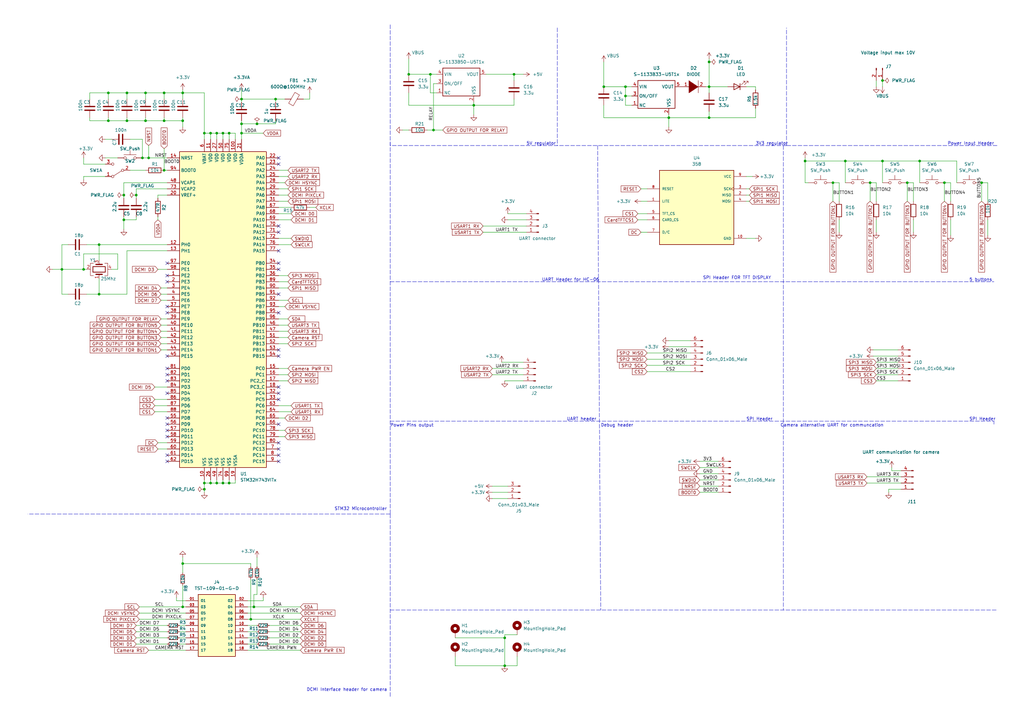
<source format=kicad_sch>
(kicad_sch (version 20211123) (generator eeschema)
  (paper "A3")
  (junction (at 113.03 40.64))
  (junction (at 83.82 200.66))
  (junction (at 167.64 30.48))
  (junction (at 40.64 120.65))
  (junction (at 74.93 49.53))
  (junction (at 194.31 43.18))
  (junction (at 387.35 74.93))
  (junction (at 60.96 64.77))
  (junction (at 99.06 54.61))
  (junction (at 83.82 198.12))
  (junction (at 74.93 38.1))
  (junction (at 256.54 39.37))
  (junction (at 88.9 54.61))
  (junction (at 177.8 53.34))
  (junction (at 341.63 74.93))
  (junction (at 377.19 66.04))
  (junction (at 402.59 74.93))
  (junction (at 105.41 50.8))
  (junction (at 176.53 30.48))
  (junction (at 207.01 273.05))
  (junction (at 86.36 198.12))
  (junction (at 67.31 49.53))
  (junction (at 44.45 38.1))
  (junction (at 86.36 54.61))
  (junction (at 361.95 66.04))
  (junction (at 99.06 40.64))
  (junction (at 356.87 74.93))
  (junction (at 104.14 248.92))
  (junction (at 91.44 198.12))
  (junction (at 346.71 66.04))
  (junction (at 58.42 64.77))
  (junction (at 25.4 110.49))
  (junction (at 67.31 38.1))
  (junction (at 330.2 66.04))
  (junction (at 74.93 231.14))
  (junction (at 44.45 49.53))
  (junction (at 74.93 248.92))
  (junction (at 50.8 80.01))
  (junction (at 34.29 110.49))
  (junction (at 256.54 35.56))
  (junction (at 52.07 38.1))
  (junction (at 93.98 54.61))
  (junction (at 93.98 198.12))
  (junction (at 50.8 90.17))
  (junction (at 207.01 261.62))
  (junction (at 59.69 49.53))
  (junction (at 91.44 54.61))
  (junction (at 88.9 198.12))
  (junction (at 290.83 48.26))
  (junction (at 52.07 49.53))
  (junction (at 102.87 254))
  (junction (at 55.88 80.01))
  (junction (at 361.95 33.02))
  (junction (at 290.83 35.56))
  (junction (at 274.32 48.26))
  (junction (at 59.69 38.1))
  (junction (at 99.06 50.8))
  (junction (at 83.82 54.61))
  (junction (at 40.64 100.33))
  (junction (at 210.82 30.48))
  (junction (at 372.11 74.93))
  (junction (at 247.65 35.56))
  (junction (at 67.31 69.85))
  (junction (at 290.83 25.4))
  (no_connect (at 68.58 186.69))
  (no_connect (at 68.58 146.05))
  (no_connect (at 114.3 95.25))
  (no_connect (at 114.3 161.29))
  (no_connect (at 114.3 184.15))
  (no_connect (at 114.3 173.99))
  (no_connect (at 114.3 128.27))
  (no_connect (at 114.3 110.49))
  (no_connect (at 114.3 146.05))
  (no_connect (at 114.3 189.23))
  (no_connect (at 68.58 171.45))
  (no_connect (at 114.3 181.61))
  (no_connect (at 114.3 92.71))
  (no_connect (at 68.58 153.67))
  (no_connect (at 114.3 186.69))
  (no_connect (at 114.3 143.51))
  (no_connect (at 68.58 115.57))
  (no_connect (at 68.58 189.23))
  (no_connect (at 68.58 125.73))
  (no_connect (at 68.58 128.27))
  (no_connect (at 68.58 161.29))
  (no_connect (at 114.3 163.83))
  (no_connect (at 68.58 107.95))
  (no_connect (at 68.58 113.03))
  (no_connect (at 114.3 64.77))
  (no_connect (at 68.58 173.99))
  (no_connect (at 68.58 151.13))
  (no_connect (at 114.3 102.87))
  (no_connect (at 68.58 176.53))
  (no_connect (at 114.3 107.95))
  (no_connect (at 68.58 156.21))
  (no_connect (at 114.3 120.65))
  (no_connect (at 114.3 67.31))
  (no_connect (at 68.58 179.07))
  (no_connect (at 114.3 158.75))
  (wire (pts (xy 114.3 156.21) (xy 118.11 156.21)))
  (wire (pts (xy 55.88 77.47) (xy 68.58 77.47)))
  (wire (pts (xy 114.3 77.47) (xy 118.11 77.47)))
  (wire (pts (xy 59.69 38.1) (xy 59.69 40.64)))
  (wire (pts (xy 93.98 196.85) (xy 93.98 198.12)))
  (wire (pts (xy 361.95 66.04) (xy 361.95 74.93)))
  (wire (pts (xy 66.04 143.51) (xy 68.58 143.51)))
  (wire (pts (xy 330.2 66.04) (xy 330.2 64.77)))
  (wire (pts (xy 74.93 248.92) (xy 76.2 248.92)))
  (wire (pts (xy 265.43 147.32) (xy 283.21 147.32)))
  (wire (pts (xy 74.93 49.53) (xy 74.93 52.07)))
  (wire (pts (xy 102.87 254) (xy 123.19 254)))
  (wire (pts (xy 105.41 50.8) (xy 113.03 50.8)))
  (wire (pts (xy 66.04 138.43) (xy 68.58 138.43)))
  (wire (pts (xy 201.93 199.39) (xy 208.28 199.39)))
  (polyline (pts (xy 160.02 210.82) (xy 11.43 210.82)))
  (wire (pts (xy 114.3 166.37) (xy 119.38 166.37)))
  (wire (pts (xy 309.88 36.83) (xy 309.88 35.56)))
  (wire (pts (xy 99.06 50.8) (xy 105.41 50.8)))
  (wire (pts (xy 67.31 38.1) (xy 59.69 38.1)))
  (wire (pts (xy 83.82 200.66) (xy 83.82 201.93)))
  (wire (pts (xy 45.72 110.49) (xy 48.26 110.49)))
  (wire (pts (xy 262.89 77.47) (xy 265.43 77.47)))
  (wire (pts (xy 59.69 48.26) (xy 59.69 49.53)))
  (wire (pts (xy 116.84 125.73) (xy 114.3 125.73)))
  (wire (pts (xy 114.3 176.53) (xy 116.84 176.53)))
  (wire (pts (xy 205.74 148.59) (xy 214.63 148.59)))
  (wire (pts (xy 60.96 266.7) (xy 76.2 266.7)))
  (polyline (pts (xy 322.58 59.69) (xy 322.58 11.43)))
  (wire (pts (xy 287.02 199.39) (xy 294.64 199.39)))
  (wire (pts (xy 110.49 261.62) (xy 123.19 261.62)))
  (wire (pts (xy 290.83 38.1) (xy 290.83 35.56)))
  (wire (pts (xy 207.01 261.62) (xy 207.01 273.05)))
  (wire (pts (xy 306.07 72.39) (xy 308.61 72.39)))
  (polyline (pts (xy 160.02 172.72) (xy 407.67 172.72)))
  (wire (pts (xy 114.3 133.35) (xy 118.11 133.35)))
  (polyline (pts (xy 408.94 59.69) (xy 322.58 59.69)))
  (wire (pts (xy 114.3 113.03) (xy 118.11 113.03)))
  (wire (pts (xy 67.31 48.26) (xy 67.31 49.53)))
  (wire (pts (xy 52.07 102.87) (xy 52.07 120.65)))
  (wire (pts (xy 44.45 48.26) (xy 44.45 49.53)))
  (wire (pts (xy 194.31 41.91) (xy 194.31 43.18)))
  (wire (pts (xy 344.17 74.93) (xy 341.63 74.93)))
  (wire (pts (xy 50.8 80.01) (xy 50.8 81.28)))
  (wire (pts (xy 127 40.64) (xy 124.46 40.64)))
  (wire (pts (xy 74.93 48.26) (xy 74.93 49.53)))
  (wire (pts (xy 389.89 82.55) (xy 389.89 74.93)))
  (wire (pts (xy 102.87 237.49) (xy 102.87 254)))
  (wire (pts (xy 52.07 38.1) (xy 52.07 40.64)))
  (wire (pts (xy 50.8 90.17) (xy 50.8 93.98)))
  (wire (pts (xy 265.43 152.4) (xy 283.21 152.4)))
  (wire (pts (xy 113.03 40.64) (xy 113.03 41.91)))
  (wire (pts (xy 60.96 64.77) (xy 68.58 64.77)))
  (wire (pts (xy 198.12 95.25) (xy 215.9 95.25)))
  (wire (pts (xy 86.36 54.61) (xy 88.9 54.61)))
  (wire (pts (xy 358.14 146.05) (xy 368.3 146.05)))
  (wire (pts (xy 105.41 228.6) (xy 105.41 232.41)))
  (wire (pts (xy 355.6 198.12) (xy 369.57 198.12)))
  (wire (pts (xy 96.52 57.15) (xy 96.52 54.61)))
  (wire (pts (xy 287.02 189.23) (xy 294.64 189.23)))
  (wire (pts (xy 35.56 120.65) (xy 40.64 120.65)))
  (wire (pts (xy 36.83 38.1) (xy 36.83 40.64)))
  (wire (pts (xy 88.9 54.61) (xy 88.9 57.15)))
  (wire (pts (xy 114.3 90.17) (xy 119.38 90.17)))
  (wire (pts (xy 256.54 39.37) (xy 256.54 35.56)))
  (wire (pts (xy 52.07 49.53) (xy 59.69 49.53)))
  (wire (pts (xy 58.42 64.77) (xy 60.96 64.77)))
  (wire (pts (xy 93.98 54.61) (xy 91.44 54.61)))
  (wire (pts (xy 306.07 97.79) (xy 309.88 97.79)))
  (wire (pts (xy 177.8 34.29) (xy 177.8 53.34)))
  (wire (pts (xy 34.29 73.66) (xy 34.29 72.39)))
  (wire (pts (xy 261.62 87.63) (xy 265.43 87.63)))
  (wire (pts (xy 114.3 130.81) (xy 118.11 130.81)))
  (wire (pts (xy 359.41 151.13) (xy 368.3 151.13)))
  (wire (pts (xy 114.3 72.39) (xy 118.11 72.39)))
  (wire (pts (xy 405.13 82.55) (xy 405.13 74.93)))
  (wire (pts (xy 43.18 64.77) (xy 48.26 64.77)))
  (wire (pts (xy 389.89 74.93) (xy 387.35 74.93)))
  (wire (pts (xy 114.3 69.85) (xy 118.11 69.85)))
  (wire (pts (xy 290.83 25.4) (xy 290.83 35.56)))
  (wire (pts (xy 290.83 45.72) (xy 290.83 48.26)))
  (wire (pts (xy 73.66 264.16) (xy 76.2 264.16)))
  (polyline (pts (xy 245.11 59.69) (xy 246.38 250.19)))
  (wire (pts (xy 201.93 153.67) (xy 214.63 153.67)))
  (wire (pts (xy 365.76 193.04) (xy 365.76 191.77)))
  (wire (pts (xy 64.77 110.49) (xy 68.58 110.49)))
  (wire (pts (xy 179.07 34.29) (xy 177.8 34.29)))
  (wire (pts (xy 104.14 243.84) (xy 104.14 248.92)))
  (wire (pts (xy 212.09 269.24) (xy 212.09 273.05)))
  (wire (pts (xy 48.26 104.14) (xy 34.29 104.14)))
  (wire (pts (xy 66.04 133.35) (xy 68.58 133.35)))
  (wire (pts (xy 34.29 64.77) (xy 34.29 67.31)))
  (wire (pts (xy 102.87 232.41) (xy 102.87 231.14)))
  (wire (pts (xy 57.15 251.46) (xy 76.2 251.46)))
  (wire (pts (xy 306.07 77.47) (xy 307.34 77.47)))
  (wire (pts (xy 287.02 201.93) (xy 294.64 201.93)))
  (wire (pts (xy 256.54 35.56) (xy 259.08 35.56)))
  (wire (pts (xy 52.07 48.26) (xy 52.07 49.53)))
  (wire (pts (xy 113.03 49.53) (xy 113.03 50.8)))
  (wire (pts (xy 107.95 246.38) (xy 101.6 246.38)))
  (wire (pts (xy 114.3 97.79) (xy 119.38 97.79)))
  (wire (pts (xy 114.3 118.11) (xy 118.11 118.11)))
  (wire (pts (xy 199.39 30.48) (xy 210.82 30.48)))
  (wire (pts (xy 309.88 44.45) (xy 309.88 48.26)))
  (polyline (pts (xy 160.02 115.57) (xy 407.67 115.57)))
  (wire (pts (xy 93.98 198.12) (xy 91.44 198.12)))
  (wire (pts (xy 176.53 30.48) (xy 179.07 30.48)))
  (wire (pts (xy 64.77 181.61) (xy 68.58 181.61)))
  (wire (pts (xy 361.95 33.02) (xy 361.95 35.56)))
  (polyline (pts (xy 160.02 210.82) (xy 160.02 285.75)))
  (wire (pts (xy 101.6 248.92) (xy 104.14 248.92)))
  (wire (pts (xy 212.09 273.05) (xy 207.01 273.05)))
  (wire (pts (xy 247.65 43.18) (xy 247.65 48.26)))
  (wire (pts (xy 44.45 38.1) (xy 44.45 40.64)))
  (wire (pts (xy 25.4 120.65) (xy 25.4 110.49)))
  (wire (pts (xy 50.8 74.93) (xy 68.58 74.93)))
  (wire (pts (xy 194.31 43.18) (xy 194.31 46.99)))
  (wire (pts (xy 101.6 259.08) (xy 105.41 259.08)))
  (wire (pts (xy 369.57 193.04) (xy 365.76 193.04)))
  (wire (pts (xy 262.89 95.25) (xy 265.43 95.25)))
  (wire (pts (xy 287.02 194.31) (xy 294.64 194.31)))
  (wire (pts (xy 27.94 120.65) (xy 25.4 120.65)))
  (wire (pts (xy 91.44 54.61) (xy 91.44 57.15)))
  (wire (pts (xy 259.08 39.37) (xy 256.54 39.37)))
  (wire (pts (xy 99.06 50.8) (xy 99.06 54.61)))
  (wire (pts (xy 64.77 88.9) (xy 64.77 90.17)))
  (wire (pts (xy 377.19 66.04) (xy 361.95 66.04)))
  (wire (pts (xy 361.95 66.04) (xy 346.71 66.04)))
  (wire (pts (xy 306.07 80.01) (xy 307.34 80.01)))
  (wire (pts (xy 96.52 196.85) (xy 96.52 198.12)))
  (wire (pts (xy 346.71 66.04) (xy 330.2 66.04)))
  (wire (pts (xy 358.14 143.51) (xy 368.3 143.51)))
  (wire (pts (xy 114.3 140.97) (xy 118.11 140.97)))
  (wire (pts (xy 207.01 260.35) (xy 207.01 261.62)))
  (wire (pts (xy 247.65 25.4) (xy 247.65 35.56)))
  (wire (pts (xy 114.3 80.01) (xy 118.11 80.01)))
  (wire (pts (xy 43.18 57.15) (xy 45.72 57.15)))
  (wire (pts (xy 346.71 66.04) (xy 346.71 74.93)))
  (wire (pts (xy 186.69 273.05) (xy 207.01 273.05)))
  (wire (pts (xy 58.42 57.15) (xy 58.42 64.77)))
  (wire (pts (xy 210.82 43.18) (xy 194.31 43.18)))
  (wire (pts (xy 167.64 43.18) (xy 194.31 43.18)))
  (wire (pts (xy 392.43 74.93) (xy 392.43 66.04)))
  (wire (pts (xy 64.77 80.01) (xy 64.77 81.28)))
  (wire (pts (xy 176.53 30.48) (xy 176.53 38.1)))
  (polyline (pts (xy 160.02 59.69) (xy 160.02 58.42)))
  (wire (pts (xy 73.66 261.62) (xy 76.2 261.62)))
  (wire (pts (xy 341.63 74.93) (xy 341.63 82.55)))
  (wire (pts (xy 40.64 120.65) (xy 52.07 120.65)))
  (wire (pts (xy 91.44 198.12) (xy 88.9 198.12)))
  (wire (pts (xy 83.82 38.1) (xy 83.82 54.61)))
  (wire (pts (xy 50.8 90.17) (xy 55.88 90.17)))
  (wire (pts (xy 40.64 106.68) (xy 40.64 100.33)))
  (wire (pts (xy 55.88 256.54) (xy 68.58 256.54)))
  (wire (pts (xy 330.2 74.93) (xy 330.2 66.04)))
  (wire (pts (xy 25.4 110.49) (xy 21.59 110.49)))
  (wire (pts (xy 99.06 36.83) (xy 99.06 40.64)))
  (wire (pts (xy 55.88 80.01) (xy 55.88 77.47)))
  (wire (pts (xy 48.26 110.49) (xy 48.26 104.14)))
  (wire (pts (xy 101.6 266.7) (xy 123.19 266.7)))
  (wire (pts (xy 66.04 130.81) (xy 68.58 130.81)))
  (wire (pts (xy 167.64 30.48) (xy 176.53 30.48)))
  (wire (pts (xy 259.08 43.18) (xy 256.54 43.18)))
  (wire (pts (xy 88.9 196.85) (xy 88.9 198.12)))
  (wire (pts (xy 40.64 114.3) (xy 40.64 120.65)))
  (wire (pts (xy 261.62 90.17) (xy 265.43 90.17)))
  (wire (pts (xy 127 38.1) (xy 127 40.64)))
  (wire (pts (xy 175.26 53.34) (xy 177.8 53.34)))
  (wire (pts (xy 114.3 171.45) (xy 116.84 171.45)))
  (wire (pts (xy 99.06 49.53) (xy 99.06 50.8)))
  (wire (pts (xy 44.45 49.53) (xy 52.07 49.53)))
  (wire (pts (xy 74.93 240.03) (xy 74.93 248.92)))
  (wire (pts (xy 44.45 38.1) (xy 36.83 38.1)))
  (wire (pts (xy 402.59 74.93) (xy 402.59 82.55)))
  (wire (pts (xy 374.65 82.55) (xy 374.65 74.93)))
  (wire (pts (xy 96.52 198.12) (xy 93.98 198.12)))
  (wire (pts (xy 167.64 24.13) (xy 167.64 30.48)))
  (wire (pts (xy 53.34 57.15) (xy 58.42 57.15)))
  (wire (pts (xy 67.31 49.53) (xy 74.93 49.53)))
  (wire (pts (xy 63.5 166.37) (xy 68.58 166.37)))
  (wire (pts (xy 66.04 120.65) (xy 68.58 120.65)))
  (wire (pts (xy 57.15 254) (xy 76.2 254)))
  (wire (pts (xy 74.93 231.14) (xy 74.93 234.95)))
  (wire (pts (xy 114.3 100.33) (xy 119.38 100.33)))
  (wire (pts (xy 76.2 246.38) (xy 72.39 246.38)))
  (polyline (pts (xy 321.31 59.69) (xy 321.31 250.19)))
  (wire (pts (xy 25.4 100.33) (xy 25.4 110.49)))
  (wire (pts (xy 274.32 46.99) (xy 274.32 48.26)))
  (wire (pts (xy 34.29 67.31) (xy 43.18 67.31)))
  (wire (pts (xy 93.98 54.61) (xy 93.98 57.15)))
  (wire (pts (xy 274.32 139.7) (xy 283.21 139.7)))
  (wire (pts (xy 207.01 156.21) (xy 214.63 156.21)))
  (wire (pts (xy 344.17 90.17) (xy 344.17 95.25)))
  (wire (pts (xy 72.39 246.38) (xy 72.39 245.11)))
  (wire (pts (xy 114.3 115.57) (xy 118.11 115.57)))
  (wire (pts (xy 369.57 200.66) (xy 364.49 200.66)))
  (wire (pts (xy 364.49 200.66) (xy 364.49 201.93)))
  (wire (pts (xy 247.65 48.26) (xy 274.32 48.26)))
  (wire (pts (xy 50.8 74.93) (xy 50.8 80.01)))
  (wire (pts (xy 101.6 261.62) (xy 105.41 261.62)))
  (wire (pts (xy 201.93 201.93) (xy 208.28 201.93)))
  (wire (pts (xy 359.41 156.21) (xy 368.3 156.21)))
  (wire (pts (xy 73.66 259.08) (xy 76.2 259.08)))
  (wire (pts (xy 86.36 198.12) (xy 83.82 198.12)))
  (wire (pts (xy 110.49 264.16) (xy 123.19 264.16)))
  (wire (pts (xy 35.56 110.49) (xy 34.29 110.49)))
  (wire (pts (xy 114.3 135.89) (xy 118.11 135.89)))
  (wire (pts (xy 68.58 102.87) (xy 52.07 102.87)))
  (wire (pts (xy 212.09 260.35) (xy 207.01 260.35)))
  (polyline (pts (xy 322.58 59.69) (xy 160.02 59.69)))
  (wire (pts (xy 83.82 54.61) (xy 86.36 54.61)))
  (wire (pts (xy 359.41 74.93) (xy 356.87 74.93)))
  (wire (pts (xy 177.8 53.34) (xy 181.61 53.34)))
  (wire (pts (xy 104.14 248.92) (xy 123.19 248.92)))
  (wire (pts (xy 66.04 140.97) (xy 68.58 140.97)))
  (wire (pts (xy 73.66 256.54) (xy 76.2 256.54)))
  (wire (pts (xy 55.88 264.16) (xy 68.58 264.16)))
  (wire (pts (xy 274.32 48.26) (xy 274.32 52.07)))
  (wire (pts (xy 114.3 74.93) (xy 116.84 74.93)))
  (wire (pts (xy 210.82 40.64) (xy 210.82 43.18)))
  (wire (pts (xy 116.84 40.64) (xy 113.03 40.64)))
  (wire (pts (xy 165.1 53.34) (xy 167.64 53.34)))
  (wire (pts (xy 114.3 151.13) (xy 118.11 151.13)))
  (wire (pts (xy 289.56 35.56) (xy 290.83 35.56)))
  (wire (pts (xy 210.82 33.02) (xy 210.82 30.48)))
  (wire (pts (xy 114.3 179.07) (xy 116.84 179.07)))
  (wire (pts (xy 355.6 195.58) (xy 369.57 195.58)))
  (wire (pts (xy 67.31 38.1) (xy 67.31 40.64)))
  (wire (pts (xy 99.06 40.64) (xy 99.06 41.91)))
  (wire (pts (xy 359.41 148.59) (xy 368.3 148.59)))
  (wire (pts (xy 101.6 256.54) (xy 105.41 256.54)))
  (wire (pts (xy 114.3 138.43) (xy 118.11 138.43)))
  (wire (pts (xy 359.41 82.55) (xy 359.41 74.93)))
  (wire (pts (xy 392.43 66.04) (xy 377.19 66.04)))
  (wire (pts (xy 55.88 261.62) (xy 68.58 261.62)))
  (polyline (pts (xy 160.02 250.19) (xy 408.94 250.19)))
  (wire (pts (xy 27.94 100.33) (xy 25.4 100.33)))
  (polyline (pts (xy 228.6 11.43) (xy 228.6 59.69)))
  (wire (pts (xy 55.88 90.17) (xy 55.88 88.9)))
  (wire (pts (xy 247.65 35.56) (xy 256.54 35.56)))
  (wire (pts (xy 201.93 151.13) (xy 214.63 151.13)))
  (wire (pts (xy 34.29 72.39) (xy 43.18 72.39)))
  (wire (pts (xy 290.83 24.13) (xy 290.83 25.4)))
  (wire (pts (xy 309.88 35.56) (xy 306.07 35.56)))
  (wire (pts (xy 377.19 66.04) (xy 377.19 74.93)))
  (wire (pts (xy 99.06 54.61) (xy 99.06 57.15)))
  (wire (pts (xy 265.43 149.86) (xy 283.21 149.86)))
  (wire (pts (xy 107.95 245.11) (xy 107.95 246.38)))
  (wire (pts (xy 67.31 69.85) (xy 68.58 69.85)))
  (wire (pts (xy 186.69 261.62) (xy 207.01 261.62)))
  (wire (pts (xy 101.6 264.16) (xy 105.41 264.16)))
  (wire (pts (xy 127 85.09) (xy 129.54 85.09)))
  (wire (pts (xy 88.9 198.12) (xy 86.36 198.12)))
  (wire (pts (xy 101.6 251.46) (xy 123.19 251.46)))
  (wire (pts (xy 290.83 48.26) (xy 274.32 48.26)))
  (wire (pts (xy 40.64 100.33) (xy 35.56 100.33)))
  (wire (pts (xy 83.82 198.12) (xy 83.82 200.66)))
  (wire (pts (xy 265.43 144.78) (xy 283.21 144.78)))
  (wire (pts (xy 344.17 82.55) (xy 344.17 74.93)))
  (polyline (pts (xy 160.02 10.16) (xy 160.02 210.82)))
  (wire (pts (xy 179.07 38.1) (xy 176.53 38.1)))
  (wire (pts (xy 372.11 74.93) (xy 372.11 82.55)))
  (wire (pts (xy 59.69 49.53) (xy 67.31 49.53)))
  (wire (pts (xy 91.44 196.85) (xy 91.44 198.12)))
  (wire (pts (xy 262.89 82.55) (xy 265.43 82.55)))
  (wire (pts (xy 83.82 54.61) (xy 83.82 57.15)))
  (wire (pts (xy 64.77 184.15) (xy 68.58 184.15)))
  (wire (pts (xy 114.3 82.55) (xy 118.11 82.55)))
  (wire (pts (xy 34.29 104.14) (xy 34.29 110.49)))
  (wire (pts (xy 96.52 54.61) (xy 93.98 54.61)))
  (wire (pts (xy 331.47 74.93) (xy 330.2 74.93)))
  (wire (pts (xy 53.34 69.85) (xy 59.69 69.85)))
  (wire (pts (xy 114.3 87.63) (xy 119.38 87.63)))
  (wire (pts (xy 114.3 123.19) (xy 118.11 123.19)))
  (wire (pts (xy 74.93 38.1) (xy 74.93 40.64)))
  (wire (pts (xy 256.54 43.18) (xy 256.54 39.37)))
  (wire (pts (xy 356.87 74.93) (xy 356.87 82.55)))
  (wire (pts (xy 60.96 59.69) (xy 60.96 64.77)))
  (wire (pts (xy 74.93 38.1) (xy 83.82 38.1)))
  (wire (pts (xy 86.36 54.61) (xy 86.36 57.15)))
  (wire (pts (xy 105.41 243.84) (xy 104.14 243.84)))
  (wire (pts (xy 208.28 90.17) (xy 215.9 90.17)))
  (wire (pts (xy 50.8 90.17) (xy 50.8 88.9)))
  (wire (pts (xy 208.28 87.63) (xy 215.9 87.63)))
  (wire (pts (xy 91.44 54.61) (xy 88.9 54.61)))
  (wire (pts (xy 67.31 60.96) (xy 67.31 69.85)))
  (wire (pts (xy 86.36 196.85) (xy 86.36 198.12)))
  (wire (pts (xy 309.88 48.26) (xy 290.83 48.26)))
  (wire (pts (xy 287.02 191.77) (xy 294.64 191.77)))
  (wire (pts (xy 287.02 196.85) (xy 294.64 196.85)))
  (wire (pts (xy 306.07 82.55) (xy 307.34 82.55)))
  (wire (pts (xy 186.69 269.24) (xy 186.69 273.05)))
  (wire (pts (xy 105.41 237.49) (xy 105.41 243.84)))
  (wire (pts (xy 57.15 248.92) (xy 74.93 248.92)))
  (wire (pts (xy 198.12 92.71) (xy 215.9 92.71)))
  (wire (pts (xy 55.88 81.28) (xy 55.88 80.01)))
  (wire (pts (xy 52.07 38.1) (xy 44.45 38.1)))
  (wire (pts (xy 290.83 35.56) (xy 298.45 35.56)))
  (wire (pts (xy 59.69 38.1) (xy 52.07 38.1)))
  (wire (pts (xy 389.89 90.17) (xy 389.89 96.52)))
  (wire (pts (xy 210.82 30.48) (xy 214.63 30.48)))
  (wire (pts (xy 66.04 135.89) (xy 68.58 135.89)))
  (wire (pts (xy 63.5 168.91) (xy 68.58 168.91)))
  (wire (pts (xy 114.3 153.67) (xy 118.11 153.67)))
  (wire (pts (xy 374.65 74.93) (xy 372.11 74.93)))
  (wire (pts (xy 359.41 33.02) (xy 359.41 35.56)))
  (wire (pts (xy 405.13 90.17) (xy 405.13 96.52)))
  (wire (pts (xy 55.88 259.08) (xy 68.58 259.08)))
  (wire (pts (xy 114.3 85.09) (xy 119.38 85.09)))
  (wire (pts (xy 66.04 123.19) (xy 68.58 123.19)))
  (wire (pts (xy 63.5 158.75) (xy 68.58 158.75)))
  (wire (pts (xy 36.83 49.53) (xy 44.45 49.53)))
  (wire (pts (xy 387.35 74.93) (xy 387.35 82.55)))
  (wire (pts (xy 64.77 80.01) (xy 68.58 80.01)))
  (wire (pts (xy 201.93 204.47) (xy 208.28 204.47)))
  (polyline (pts (xy 407.67 172.72) (xy 407.67 173.99)))
  (wire (pts (xy 102.87 231.14) (xy 74.93 231.14)))
  (wire (pts (xy 34.29 110.49) (xy 25.4 110.49)))
  (wire (pts (xy 359.41 153.67) (xy 368.3 153.67)))
  (wire (pts (xy 83.82 196.85) (xy 83.82 198.12)))
  (wire (pts (xy 405.13 74.93) (xy 402.59 74.93)))
  (wire (pts (xy 99.06 40.64) (xy 113.03 40.64)))
  (wire (pts (xy 74.93 36.83) (xy 74.93 38.1)))
  (wire (pts (xy 36.83 48.26) (xy 36.83 49.53)))
  (wire (pts (xy 374.65 90.17) (xy 374.65 95.25)))
  (wire (pts (xy 74.93 38.1) (xy 67.31 38.1)))
  (wire (pts (xy 101.6 254) (xy 102.87 254)))
  (wire (pts (xy 114.3 168.91) (xy 119.38 168.91)))
  (wire (pts (xy 359.41 90.17) (xy 359.41 95.25)))
  (wire (pts (xy 110.49 259.08) (xy 123.19 259.08)))
  (wire (pts (xy 63.5 163.83) (xy 68.58 163.83)))
  (wire (pts (xy 110.49 256.54) (xy 123.19 256.54)))
  (wire (pts (xy 274.32 142.24) (xy 283.21 142.24)))
  (wire (pts (xy 66.04 118.11) (xy 68.58 118.11)))
  (wire (pts (xy 74.93 228.6) (xy 74.93 231.14)))
  (wire (pts (xy 167.64 38.1) (xy 167.64 43.18)))
  (wire (pts (xy 99.06 54.61) (xy 107.95 54.61)))
  (wire (pts (xy 40.64 100.33) (xy 68.58 100.33)))
  (text "Debug header\n" (at 246.38 175.26 0) (effects (font (size 1.27 1.27)) (justify left bottom)))
  (text "Power Pins output" (at 160.02 175.26 0) (effects (font (size 1.27 1.27)) (justify left bottom)))
  (text "UART header\n" (at 232.41 172.72 0) (effects (font (size 1.27 1.27)) (justify left bottom)))
  (text "5V regulator \n" (at 215.9 59.69 0) (effects (font (size 1.27 1.27)) (justify left bottom)))
  (text "3V3 regulator\n" (at 309.88 59.69 0) (effects (font (size 1.27 1.27)) (justify left bottom)))
  (text "UART Header for HC-06\n" (at 222.25 115.57 0) (effects (font (size 1.27 1.27)) (justify left bottom)))
  (text "Camera alternative UART for communcation\n" (at 320.04 175.26 0) (effects (font (size 1.27 1.27)) (justify left bottom)))
  (text "5 buttons\n" (at 397.51 115.57 0) (effects (font (size 1.27 1.27)) (justify left bottom)))
  (text "STM32 Microcontroller\n" (at 137.16 209.55 0) (effects (font (size 1.27 1.27)) (justify left bottom)))
  (text "SPI Header\n" (at 306.07 172.72 0) (effects (font (size 1.27 1.27)) (justify left bottom)))
  (text "SPI Header FOR TFT DISPLAY\n\n" (at 288.29 116.84 0) (effects (font (size 1.27 1.27)) (justify left bottom)))
  (text "Power Input Header\n" (at 388.62 59.69 0) (effects (font (size 1.27 1.27)) (justify left bottom)))
  (text "SPI Header\n" (at 397.51 172.72 0) (effects (font (size 1.27 1.27)) (justify left bottom)))
  (text "DCMI Interface header for camera\n\n" (at 125.73 285.75 0) (effects (font (size 1.27 1.27)) (justify left bottom)))
  (label "CAMERA PWN" (at 109.22 266.7 0))
  (label "SDA" (at 111.76 248.92 0))
  (label "VDDA" (at 100.33 54.61 0))
  (label "BOOT0" (at 288.29 201.93 0))
  (label "SPI3 SCK" (at 359.41 153.67 0))
  (label "DCMI D7" (at 57.15 256.54 0))
  (label "DCMI D2" (at 114.3 261.62 0))
  (label "DCMI D0" (at 114.3 264.16 0))
  (label "UART1 TX" (at 203.2 95.25 0))
  (label "UART2 RX" (at 203.2 151.13 0))
  (label "BUTTON5" (at 402.59 81.28 90))
  (label "NRST" (at 63.5 64.77 0))
  (label "DCMI D4" (at 114.3 259.08 0))
  (label "DCMI D6" (at 114.3 256.54 0))
  (label "CAMERA RST" (at 63.5 266.7 0))
  (label "DCMI PIXCLK" (at 62.23 254 0))
  (label "SWDIO" (at 288.29 196.85 0))
  (label "BUTTON1" (at 341.63 80.01 0))
  (label "BUTTON2" (at 356.87 78.74 0))
  (label "NRST" (at 288.29 199.39 0))
  (label "DCMI VSYNC" (at 62.23 251.46 0))
  (label "SPI2 SCK" (at 271.78 149.86 0))
  (label "BOOT0" (at 67.31 67.31 0))
  (label "UART3 RX" (at 359.41 195.58 0))
  (label "SCL" (at 63.5 248.92 0))
  (label "SPI3 MISO" (at 359.41 148.59 0))
  (label "DCMI HSYNC" (at 110.49 251.46 0))
  (label "BUTTON3" (at 372.11 78.74 0))
  (label "UART2 TX" (at 203.2 153.67 0))
  (label "SPI2 MISO" (at 271.78 144.78 0))
  (label "DCMI D3" (at 57.15 261.62 0))
  (label "RELAY " (at 177.8 49.53 90))
  (label "XCLK" (at 111.76 254 0))
  (label "CS2" (at 273.05 152.4 0))
  (label "DCMI D5" (at 57.15 259.08 0))
  (label "DCMI D1" (at 57.15 264.16 0))
  (label "SPI2 MOSI" (at 271.78 147.32 0))
  (label "BUTTON4" (at 387.35 80.01 0))
  (label "SWCLK" (at 289.56 191.77 0))
  (label "GND" (at 288.29 194.31 0))
  (label "CS3" (at 359.41 156.21 0))
  (label "SPI3 MOSI" (at 359.41 151.13 0))
  (label "UART3 TX" (at 359.41 198.12 0))
  (label "3V3" (at 288.29 189.23 0))
  (global_label "DCMI D5" (shape input) (at 63.5 158.75 180) (property "Intersheet References" "${INTERSHEET_REFS}" (effects hide)))
  (global_label "USART2 RX" (shape input) (at 201.93 151.13 180) (property "Intersheet References" "${INTERSHEET_REFS}" (effects hide)))
  (global_label "DCMI D3" (shape input) (at 64.77 110.49 180) (property "Intersheet References" "${INTERSHEET_REFS}" (effects hide)))
  (global_label "XCLK" (shape input) (at 129.54 85.09 0) (property "Intersheet References" "${INTERSHEET_REFS}" (effects hide)))
  (global_label "Camera PWR EN" (shape input) (at 123.19 266.7 0) (property "Intersheet References" "${INTERSHEET_REFS}" (effects hide)))
  (global_label "SWDIO" (shape input) (at 119.38 97.79 0) (property "Intersheet References" "${INTERSHEET_REFS}" (effects hide)))
  (global_label "USART3 RX" (shape input) (at 118.11 135.89 0) (property "Intersheet References" "${INTERSHEET_REFS}" (effects hide)))
  (global_label "CS3" (shape input) (at 63.5 163.83 180) (property "Intersheet References" "${INTERSHEET_REFS}" (effects hide)))
  (global_label "DCMI D0" (shape input) (at 119.38 87.63 0) (property "Intersheet References" "${INTERSHEET_REFS}" (effects hide)))
  (global_label "BOOT0" (shape input) (at 287.02 201.93 180) (property "Intersheet References" "${INTERSHEET_REFS}" (effects hide)))
  (global_label "SDA " (shape input) (at 118.11 130.81 0) (property "Intersheet References" "${INTERSHEET_REFS}" (effects hide)))
  (global_label "SPI2 SCK" (shape input) (at 118.11 140.97 0) (property "Intersheet References" "${INTERSHEET_REFS}" (effects hide)))
  (global_label "SPI3 MOSI" (shape input) (at 118.11 113.03 0) (property "Intersheet References" "${INTERSHEET_REFS}" (effects hide)))
  (global_label "GPIO OUTPUT FOR BUTTON4" (shape input) (at 387.35 82.55 270) (property "Intersheet References" "${INTERSHEET_REFS}" (effects hide)))
  (global_label "Camera RST" (shape input) (at 60.96 266.7 180) (property "Intersheet References" "${INTERSHEET_REFS}" (effects hide)))
  (global_label "DCMI PIXCLK" (shape input) (at 118.11 80.01 0) (property "Intersheet References" "${INTERSHEET_REFS}" (effects hide)))
  (global_label "GPIO OUTPUT FOR BUTTON3" (shape input) (at 66.04 138.43 180) (property "Intersheet References" "${INTERSHEET_REFS}" (effects hide)))
  (global_label "GPIO OUTPUT FOR BUTTON1" (shape input) (at 66.04 143.51 180) (property "Intersheet References" "${INTERSHEET_REFS}" (effects hide)))
  (global_label "DCMI D1" (shape input) (at 119.38 90.17 0) (property "Intersheet References" "${INTERSHEET_REFS}" (effects hide)))
  (global_label "USART1 TX" (shape input) (at 198.12 95.25 180) (property "Intersheet References" "${INTERSHEET_REFS}" (effects hide)))
  (global_label "CardTFTCS1" (shape input) (at 261.62 90.17 180) (property "Intersheet References" "${INTERSHEET_REFS}" (effects hide)))
  (global_label "DCMI PIXCLK" (shape input) (at 57.15 254 180) (property "Intersheet References" "${INTERSHEET_REFS}" (effects hide)))
  (global_label "SWDIO" (shape input) (at 287.02 196.85 180) (property "Intersheet References" "${INTERSHEET_REFS}" (effects hide)))
  (global_label "SPI2 MOSI" (shape input) (at 265.43 147.32 180) (property "Intersheet References" "${INTERSHEET_REFS}" (effects hide)))
  (global_label "CS3" (shape input) (at 359.41 156.21 180) (property "Intersheet References" "${INTERSHEET_REFS}" (effects hide)))
  (global_label "DCMI VSYNC" (shape input) (at 116.84 125.73 0) (property "Intersheet References" "${INTERSHEET_REFS}" (effects hide)))
  (global_label "DCMI D1" (shape input) (at 55.88 264.16 180) (property "Intersheet References" "${INTERSHEET_REFS}" (effects hide)))
  (global_label "DCMI D7" (shape input) (at 66.04 123.19 180) (property "Intersheet References" "${INTERSHEET_REFS}" (effects hide)))
  (global_label "SWCLK" (shape input) (at 119.38 100.33 0) (property "Intersheet References" "${INTERSHEET_REFS}" (effects hide)))
  (global_label "SCL" (shape input) (at 118.11 123.19 0) (property "Intersheet References" "${INTERSHEET_REFS}" (effects hide)))
  (global_label "SPI1 MISO" (shape input) (at 118.11 118.11 0) (property "Intersheet References" "${INTERSHEET_REFS}" (effects hide)))
  (global_label "USART3 RX" (shape input) (at 355.6 195.58 180) (property "Intersheet References" "${INTERSHEET_REFS}" (effects hide)))
  (global_label "DCMI D4" (shape input) (at 66.04 118.11 180) (property "Intersheet References" "${INTERSHEET_REFS}" (effects hide)))
  (global_label "CS2" (shape input) (at 265.43 152.4 180) (property "Intersheet References" "${INTERSHEET_REFS}" (effects hide)))
  (global_label "GPIO OUTPUT FOR RELAY" (shape input) (at 66.04 130.81 180) (property "Intersheet References" "${INTERSHEET_REFS}" (effects hide)))
  (global_label "DC" (shape input) (at 262.89 95.25 180) (property "Intersheet References" "${INTERSHEET_REFS}" (effects hide)))
  (global_label "USART1 RX" (shape input) (at 119.38 168.91 0) (property "Intersheet References" "${INTERSHEET_REFS}" (effects hide)))
  (global_label "SPI2 MISO" (shape input) (at 265.43 144.78 180) (property "Intersheet References" "${INTERSHEET_REFS}" (effects hide)))
  (global_label "USART1 TX" (shape input) (at 119.38 166.37 0) (property "Intersheet References" "${INTERSHEET_REFS}" (effects hide)))
  (global_label "RESET" (shape input) (at 262.89 77.47 180) (property "Intersheet References" "${INTERSHEET_REFS}" (effects hide)))
  (global_label "GPIO OUTPUT FOR BUTTON2" (shape input) (at 356.87 82.55 270) (property "Intersheet References" "${INTERSHEET_REFS}" (effects hide)))
  (global_label "DCMI D6" (shape input) (at 123.19 256.54 0) (property "Intersheet References" "${INTERSHEET_REFS}" (effects hide)))
  (global_label "DCMI D0" (shape input) (at 123.19 264.16 0) (property "Intersheet References" "${INTERSHEET_REFS}" (effects hide)))
  (global_label "GPIO OUTPUT FOR BUTTON4" (shape input) (at 66.04 135.89 180) (property "Intersheet References" "${INTERSHEET_REFS}" (effects hide)))
  (global_label "SPI1 MOSI" (shape input) (at 307.34 82.55 0) (property "Intersheet References" "${INTERSHEET_REFS}" (effects hide)))
  (global_label "SPI3 SCK" (shape input) (at 116.84 176.53 0) (property "Intersheet References" "${INTERSHEET_REFS}" (effects hide)))
  (global_label "NRST" (shape input) (at 287.02 199.39 180) (property "Intersheet References" "${INTERSHEET_REFS}" (effects hide)))
  (global_label "VDDA" (shape input) (at 64.77 90.17 270) (property "Intersheet References" "${INTERSHEET_REFS}" (effects hide)))
  (global_label "VDDA" (shape input) (at 107.95 54.61 0) (property "Intersheet References" "${INTERSHEET_REFS}" (effects hide)))
  (global_label "SPI2 MISO" (shape input) (at 118.11 156.21 0) (property "Intersheet References" "${INTERSHEET_REFS}" (effects hide)))
  (global_label "SPI2 MOSI" (shape input) (at 118.11 153.67 0) (property "Intersheet References" "${INTERSHEET_REFS}" (effects hide)))
  (global_label "GPIO OUTPUT FOR BUTTON5" (shape input) (at 402.59 82.55 270) (property "Intersheet References" "${INTERSHEET_REFS}" (effects hide)))
  (global_label "RESET" (shape input) (at 64.77 184.15 180) (property "Intersheet References" "${INTERSHEET_REFS}" (effects hide)))
  (global_label "USART2 TX" (shape input) (at 118.11 69.85 0) (property "Intersheet References" "${INTERSHEET_REFS}" (effects hide)))
  (global_label "DCMI D6" (shape input) (at 66.04 120.65 180) (property "Intersheet References" "${INTERSHEET_REFS}" (effects hide)))
  (global_label "Camera RST" (shape input) (at 118.11 138.43 0) (property "Intersheet References" "${INTERSHEET_REFS}" (effects hide)))
  (global_label "USART3 TX" (shape input) (at 118.11 133.35 0) (property "Intersheet References" "${INTERSHEET_REFS}" (effects hide)))
  (global_label "GPIO OUTPUT FOR RELAY" (shape input) (at 181.61 53.34 0) (property "Intersheet References" "${INTERSHEET_REFS}" (effects hide)))
  (global_label "SCL" (shape input) (at 57.15 248.92 180) (property "Intersheet References" "${INTERSHEET_REFS}" (effects hide)))
  (global_label "SPI1 MOSI" (shape input) (at 118.11 82.55 0) (property "Intersheet References" "${INTERSHEET_REFS}" (effects hide)))
  (global_label "DCMI D2" (shape input) (at 116.84 171.45 0) (property "Intersheet References" "${INTERSHEET_REFS}" (effects hide)))
  (global_label "SPI3 MISO" (shape input) (at 116.84 179.07 0) (property "Intersheet References" "${INTERSHEET_REFS}" (effects hide)))
  (global_label "DCMI D4" (shape input) (at 123.19 259.08 0) (property "Intersheet References" "${INTERSHEET_REFS}" (effects hide)))
  (global_label "XCLK" (shape input) (at 123.19 254 0) (property "Intersheet References" "${INTERSHEET_REFS}" (effects hide)))
  (global_label "USART1 RX" (shape input) (at 198.12 92.71 180) (property "Intersheet References" "${INTERSHEET_REFS}" (effects hide)))
  (global_label "DC" (shape input) (at 64.77 181.61 180) (property "Intersheet References" "${INTERSHEET_REFS}" (effects hide)))
  (global_label "GPIO OUTPUT FOR BUTTON5" (shape input) (at 66.04 133.35 180) (property "Intersheet References" "${INTERSHEET_REFS}" (effects hide)))
  (global_label "SDA " (shape input) (at 123.19 248.92 0) (property "Intersheet References" "${INTERSHEET_REFS}" (effects hide)))
  (global_label "USART3 TX" (shape input) (at 355.6 198.12 180) (property "Intersheet References" "${INTERSHEET_REFS}" (effects hide)))
  (global_label "SPI2 SCK" (shape input) (at 265.43 149.86 180) (property "Intersheet References" "${INTERSHEET_REFS}" (effects hide)))
  (global_label "DCMI VSYNC" (shape input) (at 57.15 251.46 180) (property "Intersheet References" "${INTERSHEET_REFS}" (effects hide)))
  (global_label "CS1" (shape input) (at 261.62 87.63 180) (property "Intersheet References" "${INTERSHEET_REFS}" (effects hide)))
  (global_label "CS1" (shape input) (at 63.5 168.91 180) (property "Intersheet References" "${INTERSHEET_REFS}" (effects hide)))
  (global_label "CS2" (shape input) (at 63.5 166.37 180) (property "Intersheet References" "${INTERSHEET_REFS}" (effects hide)))
  (global_label "GPIO OUTPUT FOR BUTTON3" (shape input) (at 372.11 82.55 270) (property "Intersheet References" "${INTERSHEET_REFS}" (effects hide)))
  (global_label "GPIO OUTPUT FOR BUTTON2" (shape input) (at 66.04 140.97 180) (property "Intersheet References" "${INTERSHEET_REFS}" (effects hide)))
  (global_label "GPIO OUTPUT FOR BUTTON1" (shape input) (at 341.63 82.55 270) (property "Intersheet References" "${INTERSHEET_REFS}" (effects hide)))
  (global_label "SPI3 MOSI" (shape input) (at 359.41 151.13 180) (property "Intersheet References" "${INTERSHEET_REFS}" (effects hide)))
  (global_label "DCMI HSYNC" (shape input) (at 116.84 74.93 0) (property "Intersheet References" "${INTERSHEET_REFS}" (effects hide)))
  (global_label "USART2 TX" (shape input) (at 201.93 153.67 180) (property "Intersheet References" "${INTERSHEET_REFS}" (effects hide)))
  (global_label "SWCLK" (shape input) (at 287.02 191.77 180) (property "Intersheet References" "${INTERSHEET_REFS}" (effects hide)))
  (global_label "SPI3 MISO" (shape input) (at 359.41 148.59 180) (property "Intersheet References" "${INTERSHEET_REFS}" (effects hide)))
  (global_label "SPI3 SCK" (shape input) (at 359.41 153.67 180) (property "Intersheet References" "${INTERSHEET_REFS}" (effects hide)))
  (global_label "SPI1 MISO" (shape input) (at 307.34 80.01 0) (property "Intersheet References" "${INTERSHEET_REFS}" (effects hide)))
  (global_label "DCMI D7" (shape input) (at 55.88 256.54 180) (property "Intersheet References" "${INTERSHEET_REFS}" (effects hide)))
  (global_label "DCMI D5" (shape input) (at 55.88 259.08 180) (property "Intersheet References" "${INTERSHEET_REFS}" (effects hide)))
  (global_label "Camera PWR EN" (shape input) (at 118.11 151.13 0) (property "Intersheet References" "${INTERSHEET_REFS}" (effects hide)))
  (global_label "NRST" (shape input) (at 60.96 59.69 90) (property "Intersheet References" "${INTERSHEET_REFS}" (effects hide)))
  (global_label "CardTFTCS1" (shape input) (at 118.11 115.57 0) (property "Intersheet References" "${INTERSHEET_REFS}" (effects hide)))
  (global_label "DCMI D3" (shape input) (at 55.88 261.62 180) (property "Intersheet References" "${INTERSHEET_REFS}" (effects hide)))
  (global_label "DCMI D2" (shape input) (at 123.19 261.62 0) (property "Intersheet References" "${INTERSHEET_REFS}" (effects hide)))
  (global_label "DCMI HSYNC" (shape input) (at 123.19 251.46 0) (property "Intersheet References" "${INTERSHEET_REFS}" (effects hide)))
  (global_label "BOOT0" (shape input) (at 67.31 60.96 90) (property "Intersheet References" "${INTERSHEET_REFS}" (effects hide)))
  (global_label "USART2 RX" (shape input) (at 118.11 72.39 0) (property "Intersheet References" "${INTERSHEET_REFS}" (effects hide)))
  (global_label "SPI1 SCK" (shape input) (at 307.34 77.47 0) (property "Intersheet References" "${INTERSHEET_REFS}" (effects hide)))
  (global_label "SPI1 SCK" (shape input) (at 118.11 77.47 0) (property "Intersheet References" "${INTERSHEET_REFS}" (effects hide)))
  (symbol (lib_id "Device:C") (at 59.69 44.45 0) (unit 1)
    (property "Reference" "C9" (at 57.15 41.91 0) (effects (justify left)))
    (property "Value" "100n" (at 55.88 45.72 90) (effects (justify left)))
    (property "Footprint" "Capacitor_SMD:C_0402_1005Metric_Pad0.74x0.62mm_HandSolder" (effects hide))
  )
  (symbol (lib_id "power:GND") (at 208.28 90.17 270) (unit 1)
    (property "Reference" "#PWR0128" (effects hide))
    (property "Value" "GND" (effects hide))
  )
  (symbol (lib_id "Device:C") (at 167.64 34.29 180) (unit 1)
    (property "Reference" "C15" (at 171.45 33.0199 0) (effects (justify right)))
    (property "Value" "3.3u" (at 171.45 35.5599 0) (effects (justify right)))
    (property "Footprint" "Capacitor_SMD:C_0402_1005Metric_Pad0.74x0.62mm_HandSolder" (effects hide))
  )
  (symbol (lib_id "Device:R_Small") (at 71.12 261.62 90) (unit 1)
    (property "Reference" "R5" (at 74.93 260.35 90))
    (property "Value" "22R" (at 71.12 261.62 90))
    (property "Footprint" "Resistor_SMD:R_0402_1005Metric_Pad0.72x0.64mm_HandSolder" (effects hide))
  )
  (symbol (lib_id "Mechanical:MountingHole_Pad") (at 212.09 257.81 0) (unit 1)
    (property "Reference" "H3" (at 214.63 255.2699 0) (effects (justify left)))
    (property "Value" "MountingHole_Pad" (at 214.63 257.8099 0) (effects (justify left)))
    (property "Footprint" "MountingHole:MountingHole_2.7mm_M2.5_ISO14580_Pad" (effects hide))
  )
  (symbol (lib_id "pspice:DIODE") (at 284.48 35.56 0) (unit 1)
    (property "Reference" "D2" (at 284.48 27.94 0))
    (property "Value" "DIODE" (at 284.48 30.48 0))
    (property "Footprint" "Diode_SMD:D_SOD-123F" (effects hide))
  )
  (symbol (lib_id "Device:C") (at 44.45 44.45 0) (unit 1)
    (property "Reference" "C4" (at 41.91 41.91 0) (effects (justify left)))
    (property "Value" "100n" (at 40.64 45.72 90) (effects (justify left)))
    (property "Footprint" "Capacitor_SMD:C_0402_1005Metric_Pad0.74x0.62mm_HandSolder" (effects hide))
  )
  (symbol (lib_id "Device:C") (at 31.75 100.33 270) (unit 1)
    (property "Reference" "C1" (at 30.48 104.14 90) (effects (justify left)))
    (property "Value" "18p" (at 30.48 96.52 90) (effects (justify left)))
    (property "Footprint" "Capacitor_SMD:C_0402_1005Metric_Pad0.74x0.62mm_HandSolder" (effects hide))
  )
  (symbol (lib_id "Device:C") (at 67.31 44.45 0) (unit 1)
    (property "Reference" "C10" (at 64.77 41.91 0) (effects (justify left)))
    (property "Value" "100n" (at 63.5 45.72 90) (effects (justify left)))
    (property "Footprint" "Capacitor_SMD:C_0402_1005Metric_Pad0.74x0.62mm_HandSolder" (effects hide))
  )
  (symbol (lib_id "Device:R") (at 389.89 86.36 0) (unit 1)
    (property "Reference" "R19" (at 392.43 85.0899 0) (effects (justify left)))
    (property "Value" "10k" (at 392.43 87.6299 0) (effects (justify left)))
    (property "Footprint" "Resistor_SMD:R_0402_1005Metric_Pad0.72x0.64mm_HandSolder" (effects hide))
  )
  (symbol (lib_id "Device:C") (at 36.83 44.45 0) (unit 1)
    (property "Reference" "C3" (at 34.29 41.91 0) (effects (justify left)))
    (property "Value" "100n" (at 33.02 45.72 90) (effects (justify left)))
    (property "Footprint" "Capacitor_SMD:C_0402_1005Metric_Pad0.74x0.62mm_HandSolder" (effects hide))
  )
  (symbol (lib_id "Device:R_Small") (at 105.41 234.95 0) (unit 1)
    (property "Reference" "R10" (at 106.68 238.76 90))
    (property "Value" "10k" (at 105.41 234.95 90))
    (property "Footprint" "Resistor_SMD:R_0402_1005Metric_Pad0.72x0.64mm_HandSolder" (effects hide))
  )
  (symbol (lib_id "power:PWR_FLAG") (at 99.06 40.64 90) (unit 1)
    (property "Reference" "#FLG0103" (effects hide))
    (property "Value" "PWR_FLAG" (at 97.79 36.83 90))
  )
  (symbol (lib_id "power:+3.3V") (at 201.93 201.93 90) (unit 1)
    (property "Reference" "#PWR08" (effects hide))
    (property "Value" "+3.3V" (at 193.04 201.93 90) (effects (justify right)))
  )
  (symbol (lib_id "Switch:SW_Push") (at 382.27 74.93 0) (unit 1)
    (property "Reference" "SW6" (at 382.27 67.31 0))
    (property "Value" "SW_Push" (at 382.27 69.85 0))
    (property "Footprint" "Library:SW_PB300STQ_copy" (effects hide))
  )
  (symbol (lib_id "power:GND") (at 50.8 93.98 0) (unit 1)
    (property "Reference" "#PWR0106" (effects hide))
    (property "Value" "GND" (effects hide))
  )
  (symbol (lib_id "Mechanical:MountingHole_Pad") (at 212.09 266.7 0) (unit 1)
    (property "Reference" "H4" (at 214.63 264.1599 0) (effects (justify left)))
    (property "Value" "MountingHole_Pad" (at 214.63 266.6999 0) (effects (justify left)))
    (property "Footprint" "MountingHole:MountingHole_2.7mm_M2.5_ISO14580_Pad" (effects hide))
  )
  (symbol (lib_id "MCU_ST_STM32H7:STM32H743VITx") (at 91.44 125.73 0) (unit 1)
    (property "Reference" "U1" (at 98.5394 194.31 0) (effects (justify left)))
    (property "Value" "STM32H743VITx" (at 98.5394 196.85 0) (effects (justify left)))
    (property "Footprint" "Package_QFP:LQFP-100_14x14mm_P0.5mm" (effects hide))
    (property "Datasheet" "http://www.st.com/st-web-ui/static/active/en/resource/technical/document/datasheet/DM00387108.pdf" (effects hide))
  )
  (symbol (lib_id "Device:R_Small") (at 71.12 256.54 90) (unit 1)
    (property "Reference" "R3" (at 74.93 255.27 90))
    (property "Value" "22R" (at 71.12 256.54 90))
    (property "Footprint" "Resistor_SMD:R_0402_1005Metric_Pad0.72x0.64mm_HandSolder" (effects hide))
  )
  (symbol (lib_id "power:+3.3V") (at 274.32 142.24 90) (unit 1)
    (property "Reference" "#PWR017" (effects hide))
    (property "Value" "+3.3V" (at 264.16 142.24 90) (effects (justify right)))
  )
  (symbol (lib_id "power:GND") (at 309.88 97.79 90) (unit 1)
    (property "Reference" "#PWR018" (effects hide))
    (property "Value" "GND" (effects hide))
  )
  (symbol (lib_id "power:+3.3V") (at 308.61 72.39 270) (unit 1)
    (property "Reference" "#PWR0125" (effects hide))
    (property "Value" "+3.3V" (at 317.5 72.39 90) (effects (justify right)))
  )
  (symbol (lib_id "power:PWR_FLAG") (at 105.41 50.8 0) (unit 1)
    (property "Reference" "#FLG0105" (effects hide))
    (property "Value" "PWR_FLAG" (at 107.95 49.5299 0) (effects (justify left)))
  )
  (symbol (lib_id "power:+5V") (at 214.63 30.48 270) (unit 1)
    (property "Reference" "#PWR012" (effects hide))
    (property "Value" "+5V" (at 218.44 30.4799 90) (effects (justify left)))
  )
  (symbol (lib_id "power:+3.3V") (at 105.41 228.6 0) (unit 1)
    (property "Reference" "#PWR03" (effects hide))
    (property "Value" "+3.3V" (at 101.6 226.06 0))
  )
  (symbol (lib_id "power:PWR_FLAG") (at 361.95 33.02 270) (unit 1)
    (property "Reference" "#FLG0102" (effects hide))
    (property "Value" "PWR_FLAG" (at 365.76 33.0199 90) (effects (justify left)))
  )
  (symbol (lib_id "power:GND") (at 83.82 201.93 0) (unit 1)
    (property "Reference" "#PWR0111" (effects hide))
    (property "Value" "GND" (effects hide))
  )
  (symbol (lib_id "Device:C") (at 74.93 44.45 0) (unit 1)
    (property "Reference" "C11" (at 72.39 41.91 0) (effects (justify left)))
    (property "Value" "100n" (at 71.12 45.72 90) (effects (justify left)))
    (property "Footprint" "Capacitor_SMD:C_0402_1005Metric_Pad0.74x0.62mm_HandSolder" (effects hide))
  )
  (symbol (lib_id "Switch:SW_DPDT_x2") (at 48.26 69.85 180) (unit 1)
    (property "Reference" "SW1" (at 39.37 69.85 0))
    (property "Value" "SW_DPDT_x2" (effects hide))
    (property "Footprint" "Button_Switch_THT:SW_CuK_JS202011AQN_DPDT_Angled" (effects hide))
  )
  (symbol (lib_id "power:GND") (at 359.41 95.25 0) (unit 1)
    (property "Reference" "#PWR0121" (effects hide))
    (property "Value" "GND" (effects hide))
  )
  (symbol (lib_id "power:GND") (at 165.1 53.34 270) (unit 1)
    (property "Reference" "#PWR0129" (effects hide))
    (property "Value" "GND" (effects hide))
  )
  (symbol (lib_id "Device:R") (at 374.65 86.36 0) (unit 1)
    (property "Reference" "R18" (at 377.19 85.0899 0) (effects (justify left)))
    (property "Value" "10k" (at 377.19 87.6299 0) (effects (justify left)))
    (property "Footprint" "Resistor_SMD:R_0402_1005Metric_Pad0.72x0.64mm_HandSolder" (effects hide))
  )
  (symbol (lib_id "power:GND") (at 274.32 52.07 0) (unit 1)
    (property "Reference" "#PWR0115" (effects hide))
    (property "Value" "GND" (effects hide))
  )
  (symbol (lib_id "Connector:Conn_01x02_Male") (at 361.95 27.94 270) (unit 1)
    (property "Reference" "J7" (at 363.22 27.3049 90) (effects (justify left)))
    (property "Value" "Voltage input max 10V" (at 353.06 21.59 90) (effects (justify left)))
    (property "Footprint" "Connector_Phoenix_MC_HighVoltage:PhoenixContact_MCV_1,5_2-G-5.08_1x02_P5.08mm_Vertical" (effects hide))
  )
  (symbol (lib_id "Mechanical:MountingHole_Pad") (at 186.69 259.08 0) (unit 1)
    (property "Reference" "H1" (at 189.23 256.5399 0) (effects (justify left)))
    (property "Value" "MountingHole_Pad" (at 189.23 259.0799 0) (effects (justify left)))
    (property "Footprint" "MountingHole:MountingHole_2.7mm_M2.5_ISO14580_Pad" (effects hide))
  )
  (symbol (lib_id "Device:R_Small") (at 107.95 261.62 270) (unit 1)
    (property "Reference" "R13" (at 104.14 262.89 90))
    (property "Value" "22R" (at 107.95 261.62 90))
    (property "Footprint" "Resistor_SMD:R_0402_1005Metric_Pad0.72x0.64mm_HandSolder" (effects hide))
  )
  (symbol (lib_id "Device:R_Small") (at 107.95 264.16 270) (unit 1)
    (property "Reference" "R14" (at 104.14 265.43 90))
    (property "Value" "22R" (at 107.95 264.16 90))
    (property "Footprint" "Resistor_SMD:R_0402_1005Metric_Pad0.72x0.64mm_HandSolder" (effects hide))
  )
  (symbol (lib_id "power:PWR_FLAG") (at 83.82 200.66 90) (unit 1)
    (property "Reference" "#FLG0104" (effects hide))
    (property "Value" "PWR_FLAG" (at 80.01 200.6599 90) (effects (justify left)))
  )
  (symbol (lib_id "Device:C") (at 55.88 85.09 180) (unit 1)
    (property "Reference" "C8" (at 58.42 87.63 0) (effects (justify left)))
    (property "Value" "2.2u" (at 59.69 82.55 90) (effects (justify left)))
    (property "Footprint" "Capacitor_SMD:C_0402_1005Metric_Pad0.74x0.62mm_HandSolder" (effects hide))
  )
  (symbol (lib_id "power:GND") (at 107.95 245.11 180) (unit 1)
    (property "Reference" "#PWR04" (effects hide))
    (property "Value" "GND" (effects hide))
  )
  (symbol (lib_id "power:+3.3V") (at 287.02 189.23 90) (unit 1)
    (property "Reference" "#PWR014" (effects hide))
    (property "Value" "+3.3V" (at 280.67 189.23 90))
  )
  (symbol (lib_id "power:GND") (at 43.18 64.77 270) (unit 1)
    (property "Reference" "#PWR0103" (effects hide))
    (property "Value" "GND" (effects hide))
  )
  (symbol (lib_id "power:GND") (at 389.89 96.52 0) (unit 1)
    (property "Reference" "#PWR0123" (effects hide))
    (property "Value" "GND" (effects hide))
  )
  (symbol (lib_id "power:PWR_FLAG") (at 55.88 80.01 90) (unit 1)
    (property "Reference" "#FLG0106" (effects hide))
    (property "Value" "PWR_FLAG" (at 58.42 76.2 90))
  )
  (symbol (lib_id "power:GND") (at 207.01 273.05 0) (unit 1)
    (property "Reference" "#PWR0113" (effects hide))
    (property "Value" "GND" (effects hide))
  )
  (symbol (lib_id "Connector:Conn_01x06_Male") (at 373.38 151.13 180) (unit 1)
    (property "Reference" "J10" (at 374.65 148.5899 0) (effects (justify right)))
    (property "Value" "Conn_01x06_Male" (at 374.65 151.1299 0) (effects (justify right)))
    (property "Footprint" "Connector_JST:JST_EH_B6B-EH-A_1x06_P2.50mm_Vertical" (effects hide))
  )
  (symbol (lib_id "power:GND") (at 74.93 228.6 180) (unit 1)
    (property "Reference" "#PWR02" (effects hide))
    (property "Value" "GND" (effects hide))
  )
  (symbol (lib_id "power:+5V") (at 201.93 199.39 90) (unit 1)
    (property "Reference" "#PWR07" (effects hide))
    (property "Value" "+5V" (at 194.31 199.39 90) (effects (justify right)))
  )
  (symbol (lib_id "power:GND") (at 194.31 46.99 0) (unit 1)
    (property "Reference" "#PWR06" (effects hide))
    (property "Value" "GND" (effects hide))
  )
  (symbol (lib_id "Our_Library:TST-109-01-G-D") (at 88.9 256.54 0) (unit 1)
    (property "Reference" "J4" (at 88.9 238.76 0))
    (property "Value" "TST-109-01-G-D" (at 88.9 241.3 0))
    (property "Footprint" "Library:SAMTEC_TST-109-01-G-D" (effects hide))
    (property "MANUFACTURER" "Samtec" (effects hide))
    (property "STANDARD" "Manufacturer Recommendations" (effects hide))
    (property "PARTREV" "R" (effects hide))
  )
  (symbol (lib_id "power:+3.3V") (at 290.83 24.13 0) (unit 1)
    (property "Reference" "#PWR0117" (effects hide))
    (property "Value" "+3.3V" (at 293.37 22.8599 0) (effects (justify left)))
  )
  (symbol (lib_id "Device:R") (at 359.41 86.36 0) (unit 1)
    (property "Reference" "R17" (at 361.95 85.0899 0) (effects (justify left)))
    (property "Value" "10k" (at 361.95 87.6299 0) (effects (justify left)))
    (property "Footprint" "Resistor_SMD:R_0402_1005Metric_Pad0.72x0.64mm_HandSolder" (effects hide))
  )
  (symbol (lib_id "power:+3.3V") (at 358.14 146.05 90) (unit 1)
    (property "Reference" "#PWR021" (effects hide))
    (property "Value" "+3.3V" (at 347.98 146.05 90) (effects (justify right)))
  )
  (symbol (lib_id "Device:R_Small") (at 71.12 264.16 90) (unit 1)
    (property "Reference" "R7" (at 74.93 262.89 90))
    (property "Value" "22R" (at 71.12 264.16 90))
    (property "Footprint" "Resistor_SMD:R_0402_1005Metric_Pad0.72x0.64mm_HandSolder" (effects hide))
  )
  (symbol (lib_id "power:GND") (at 43.18 57.15 270) (unit 1)
    (property "Reference" "#PWR0101" (effects hide))
    (property "Value" "GND" (effects hide))
  )
  (symbol (lib_id "power:GND") (at 21.59 110.49 270) (unit 1)
    (property "Reference" "#PWR0104" (effects hide))
    (property "Value" "GND" (effects hide))
  )
  (symbol (lib_id "Mechanical:MountingHole_Pad") (at 186.69 266.7 0) (unit 1)
    (property "Reference" "H2" (at 189.23 264.1599 0) (effects (justify left)))
    (property "Value" "MountingHole_Pad" (at 189.23 266.6999 0) (effects (justify left)))
    (property "Footprint" "MountingHole:MountingHole_2.7mm_M2.5_ISO14580_Pad" (effects hide))
  )
  (symbol (lib_id "power:+3.3V") (at 127 38.1 0) (unit 1)
    (property "Reference" "#PWR0110" (effects hide))
    (property "Value" "+3.3V" (at 127 33.02 0))
  )
  (symbol (lib_id "Device:R") (at 171.45 53.34 270) (unit 1)
    (property "Reference" "R21" (at 170.18 50.8 90) (effects (justify left)))
    (property "Value" "10k" (at 170.18 53.34 90) (effects (justify left)))
    (property "Footprint" "Resistor_SMD:R_0402_1005Metric_Pad0.72x0.64mm_HandSolder" (effects hide))
  )
  (symbol (lib_id "Switch:SW_Push") (at 336.55 74.93 0) (unit 1)
    (property "Reference" "SW3" (at 336.55 67.31 0))
    (property "Value" "SW_Push" (at 336.55 69.85 0))
    (property "Footprint" "Library:SW_PB300STQ_copy" (effects hide))
  )
  (symbol (lib_id "power:+3.3V") (at 365.76 191.77 0) (unit 1)
    (property "Reference" "#PWR023" (effects hide))
    (property "Value" "+3.3V" (at 361.95 189.23 0))
  )
  (symbol (lib_id "Device:R") (at 64.77 85.09 180) (unit 1)
    (property "Reference" "R2" (at 67.31 85.09 90))
    (property "Value" "47R" (at 64.77 85.09 90))
    (property "Footprint" "Resistor_SMD:R_0402_1005Metric_Pad0.72x0.64mm_HandSolder" (effects hide))
  )
  (symbol (lib_id "Device:R_Small") (at 102.87 234.95 0) (unit 1)
    (property "Reference" "R9" (at 104.14 238.76 90))
    (property "Value" "47k" (at 102.87 234.95 90))
    (property "Footprint" "Resistor_SMD:R_0402_1005Metric_Pad0.72x0.64mm_HandSolder" (effects hide))
  )
  (symbol (lib_id "Device:R_Small") (at 107.95 256.54 270) (unit 1)
    (property "Reference" "R11" (at 104.14 257.81 90))
    (property "Value" "22R" (at 107.95 256.54 90))
    (property "Footprint" "Resistor_SMD:R_0402_1005Metric_Pad0.72x0.64mm_HandSolder" (effects hide))
  )
  (symbol (lib_id "Device:R") (at 63.5 69.85 90) (unit 1)
    (property "Reference" "R1" (at 63.5 67.31 90))
    (property "Value" "10k" (at 63.5 69.85 90))
    (property "Footprint" "Resistor_SMD:R_0402_1005Metric_Pad0.72x0.64mm_HandSolder" (effects hide))
  )
  (symbol (lib_id "power:+3.3V") (at 34.29 64.77 0) (unit 1)
    (property "Reference" "#PWR0102" (effects hide))
    (property "Value" "+3.3V" (at 38.1 60.96 0) (effects (justify right)))
  )
  (symbol (lib_id "Switch:SW_Push") (at 351.79 74.93 0) (unit 1)
    (property "Reference" "SW4" (at 351.79 67.31 0))
    (property "Value" "SW_Push" (at 351.79 69.85 0))
    (property "Footprint" "Library:SW_PB300STQ_copy" (effects hide))
  )
  (symbol (lib_id "Device:R") (at 309.88 40.64 0) (unit 1)
    (property "Reference" "R6" (at 307.34 41.91 90) (effects (justify left)))
    (property "Value" "1.5k" (at 309.88 43.18 90) (effects (justify left)))
    (property "Footprint" "Resistor_SMD:R_0402_1005Metric_Pad0.72x0.64mm_HandSolder" (effects hide))
  )
  (symbol (lib_id "power:GND") (at 374.65 95.25 0) (unit 1)
    (property "Reference" "#PWR0120" (effects hide))
    (property "Value" "GND" (effects hide))
  )
  (symbol (lib_name "S-1133_Series_1") (lib_id "Our_Library:S-1133_Series") (at 269.24 39.37 0) (unit 1)
    (property "Reference" "U3" (at 269.24 27.94 0))
    (property "Value" "S-1133B33-U5T1x" (at 269.24 30.48 0))
    (property "Footprint" "Library:SOT-89-5_Handsoldering" (effects hide))
  )
  (symbol (lib_id "power:+3.3V") (at 74.93 36.83 0) (unit 1)
    (property "Reference" "#PWR0108" (effects hide))
    (property "Value" "+3.3V" (at 74.93 31.75 0))
  )
  (symbol (lib_id "power:VBUS") (at 167.64 24.13 0) (unit 1)
    (property "Reference" "#PWR05" (effects hide))
    (property "Value" "VBUS" (at 171.45 21.59 0))
  )
  (symbol (lib_id "Switch:SW_Push") (at 367.03 74.93 0) (unit 1)
    (property "Reference" "SW5" (at 367.03 67.31 0))
    (property "Value" "SW_Push" (at 367.03 69.85 0))
    (property "Footprint" "Library:SW_PB300STQ_copy" (effects hide))
  )
  (symbol (lib_id "power:+3.3V") (at 330.2 64.77 0) (unit 1)
    (property "Reference" "#PWR0116" (effects hide))
    (property "Value" "+3.3V" (at 332.74 63.4999 0) (effects (justify left)))
  )
  (symbol (lib_id "power:GND") (at 358.14 143.51 270) (unit 1)
    (property "Reference" "#PWR020" (effects hide))
    (property "Value" "GND" (effects hide))
  )
  (symbol (lib_id "Connector:Conn_01x04_Male") (at 219.71 153.67 180) (unit 1)
    (property "Reference" "J2" (at 219.075 161.29 0))
    (property "Value" "UART connector" (at 219.075 158.75 0))
    (property "Footprint" "Connector_JST:JST_EH_B4B-EH-A_1x04_P2.50mm_Vertical" (effects hide))
  )
  (symbol (lib_id "power:GND") (at 344.17 95.25 0) (unit 1)
    (property "Reference" "#PWR0122" (effects hide))
    (property "Value" "GND" (effects hide))
  )
  (symbol (lib_id "Device:LED") (at 302.26 35.56 180) (unit 1)
    (property "Reference" "D1" (at 303.8475 27.94 0))
    (property "Value" "LED" (at 303.8475 30.48 0))
    (property "Footprint" "LED_SMD:LED_0805_2012Metric_Pad1.15x1.40mm_HandSolder" (effects hide))
  )
  (symbol (lib_id "Connector:Conn_01x04_Male") (at 374.65 198.12 180) (unit 1)
    (property "Reference" "J11" (at 374.015 205.74 0))
    (property "Value" "UART communication for camera " (at 369.57 185.42 0))
    (property "Footprint" "Connector_JST:JST_EH_B4B-EH-A_1x04_P2.50mm_Vertical" (effects hide))
  )
  (symbol (lib_id "Device:C") (at 50.8 85.09 180) (unit 1)
    (property "Reference" "C5" (at 53.34 87.63 0) (effects (justify left)))
    (property "Value" "2.2u" (at 46.99 82.55 90) (effects (justify left)))
    (property "Footprint" "Capacitor_SMD:C_0402_1005Metric_Pad0.74x0.62mm_HandSolder" (effects hide))
  )
  (symbol (lib_id "power:+3.3VA") (at 99.06 36.83 0) (unit 1)
    (property "Reference" "#PWR0109" (effects hide))
    (property "Value" "+3.3VA" (at 99.06 31.75 0))
  )
  (symbol (lib_id "Switch:SW_Push") (at 53.34 64.77 0) (unit 1)
    (property "Reference" "SW2" (at 53.34 66.04 0))
    (property "Value" "SW_Push" (at 53.34 60.96 0))
    (property "Footprint" "Button_Switch_THT:SW_PUSH_6mm" (effects hide))
  )
  (symbol (lib_id "power:VBUS") (at 247.65 25.4 0) (unit 1)
    (property "Reference" "#PWR0127" (effects hide))
    (property "Value" "VBUS" (at 251.46 22.86 0))
  )
  (symbol (lib_id "power:PWR_FLAG") (at 50.8 80.01 90) (unit 1)
    (property "Reference" "#FLG0107" (effects hide))
    (property "Value" "PWR_FLAG" (at 41.91 80.01 90))
  )
  (symbol (lib_id "power:+3.3V") (at 262.89 82.55 90) (unit 1)
    (property "Reference" "#PWR0126" (effects hide))
    (property "Value" "+3.3V" (at 252.73 82.55 90) (effects (justify right)))
  )
  (symbol (lib_id "Connector:Conn_01x06_Male") (at 299.72 196.85 180) (unit 1)
    (property "Reference" "J9" (at 300.99 194.3099 0) (effects (justify right)))
    (property "Value" "Conn_01x06_Male" (at 300.99 196.8499 0) (effects (justify right)))
    (property "Footprint" "Connector_JST:JST_EH_B6B-EH-A_1x06_P2.50mm_Vertical" (effects hide))
  )
  (symbol (lib_id "power:GND") (at 287.02 194.31 270) (unit 1)
    (property "Reference" "#PWR015" (effects hide))
    (property "Value" "GND" (effects hide))
  )
  (symbol (lib_id "Device:C") (at 49.53 57.15 90) (unit 1)
    (property "Reference" "C7" (at 46.99 59.69 0) (effects (justify left)))
    (property "Value" "100n" (at 52.07 53.34 90) (effects (justify left)))
    (property "Footprint" "Capacitor_SMD:C_0402_1005Metric_Pad0.74x0.62mm_HandSolder" (effects hide))
  )
  (symbol (lib_id "power:GND") (at 207.01 156.21 0) (unit 1)
    (property "Reference" "#PWR010" (effects hide))
    (property "Value" "GND" (effects hide))
  )
  (symbol (lib_id "Device:C") (at 290.83 41.91 0) (unit 1)
    (property "Reference" "C17" (at 294.64 40.6399 0) (effects (justify left)))
    (property "Value" "3.3u" (at 294.64 43.1799 0) (effects (justify left)))
    (property "Footprint" "Capacitor_SMD:C_0402_1005Metric_Pad0.74x0.62mm_HandSolder" (effects hide))
  )
  (symbol (lib_id "power:+3.3V") (at 208.28 87.63 0) (unit 1)
    (property "Reference" "#PWR0112" (effects hide))
    (property "Value" "+3.3V" (at 208.28 82.55 0))
  )
  (symbol (lib_id "Device:C") (at 52.07 44.45 0) (unit 1)
    (property "Reference" "C6" (at 49.53 41.91 0) (effects (justify left)))
    (property "Value" "100n" (at 48.26 45.72 90) (effects (justify left)))
    (property "Footprint" "Capacitor_SMD:C_0402_1005Metric_Pad0.74x0.62mm_HandSolder" (effects hide))
  )
  (symbol (lib_id "Device:Crystal_GND24") (at 40.64 110.49 90) (unit 1)
    (property "Reference" "Y1" (at 38.1 106.68 90))
    (property "Value" "25Mhz" (at 44.45 114.3 90))
    (property "Footprint" "Crystal:Crystal_SMD_3225-4Pin_3.2x2.5mm_HandSoldering" (effects hide))
  )
  (symbol (lib_id "power:GND") (at 274.32 139.7 270) (unit 1)
    (property "Reference" "#PWR016" (effects hide))
    (property "Value" "GND" (effects hide))
  )
  (symbol (lib_id "power:GND") (at 405.13 96.52 0) (unit 1)
    (property "Reference" "#PWR0124" (effects hide))
    (property "Value" "GND" (effects hide))
  )
  (symbol (lib_id "power:+3.3V") (at 205.74 148.59 0) (unit 1)
    (property "Reference" "#PWR0114" (effects hide))
    (property "Value" "+3.3V" (at 201.93 146.05 0))
  )
  (symbol (lib_id "Device:R_Small") (at 74.93 237.49 0) (unit 1)
    (property "Reference" "R8" (at 76.2 241.3 90))
    (property "Value" "10k" (at 74.93 237.49 90))
    (property "Footprint" "Resistor_SMD:R_0402_1005Metric_Pad0.72x0.64mm_HandSolder" (effects hide))
  )
  (symbol (lib_name "S-1133_Series_1") (lib_id "Our_Library:S-1133_Series") (at 189.23 34.29 0) (unit 1)
    (property "Reference" "U2" (at 189.23 22.86 0))
    (property "Value" "S-1133B50-U5T1x" (at 189.23 25.4 0))
    (property "Footprint" "Library:SOT-89-5_Handsoldering" (effects hide))
  )
  (symbol (lib_id "power:+3.3V") (at 72.39 245.11 0) (unit 1)
    (property "Reference" "#PWR01" (effects hide))
    (property "Value" "+3.3V" (at 68.58 242.57 0))
  )
  (symbol (lib_id "Device:R") (at 405.13 86.36 0) (unit 1)
    (property "Reference" "R20" (at 405.13 82.55 0) (effects (justify left)))
    (property "Value" "10k" (at 405.13 87.63 90) (effects (justify left)))
    (property "Footprint" "Resistor_SMD:R_0402_1005Metric_Pad0.72x0.64mm_HandSolder" (effects hide))
  )
  (symbol (lib_id "Connector:Conn_01x04_Male") (at 220.98 92.71 180) (unit 1)
    (property "Reference" "J3" (at 223.52 92.71 0))
    (property "Value" "UART connector" (at 220.345 97.79 0))
    (property "Footprint" "Connector_JST:JST_EH_B4B-EH-A_1x04_P2.50mm_Vertical" (effects hide))
  )
  (symbol (lib_id "Device:FerriteBead") (at 120.65 40.64 90) (unit 1)
    (property "Reference" "FB1" (at 120.5992 33.02 90))
    (property "Value" "600Ω@100MHz" (at 118.11 35.56 90))
    (property "Footprint" "Inductor_SMD:L_0402_1005Metric_Pad0.77x0.64mm_HandSolder" (effects hide))
  )
  (symbol (lib_id "Device:C") (at 247.65 39.37 180) (unit 1)
    (property "Reference" "C14" (at 251.46 38.0999 0) (effects (justify right)))
    (property "Value" "3.3u" (at 251.46 40.6399 0) (effects (justify right)))
    (property "Footprint" "Capacitor_SMD:C_0402_1005Metric_Pad0.74x0.62mm_HandSolder" (effects hide))
  )
  (symbol (lib_id "power:VBUS") (at 361.95 35.56 180) (unit 1)
    (property "Reference" "#PWR0119" (effects hide))
    (property "Value" "VBUS" (at 359.41 39.37 0) (effects (justify right)))
  )
  (symbol (lib_id "Device:C") (at 113.03 45.72 0) (unit 1)
    (property "Reference" "C13" (at 110.49 43.18 0) (effects (justify left)))
    (property "Value" "1u" (at 109.22 46.99 90) (effects (justify left)))
    (property "Footprint" "Capacitor_SMD:C_0402_1005Metric_Pad0.74x0.62mm_HandSolder" (effects hide))
  )
  (symbol (lib_id "Device:R_Small") (at 71.12 259.08 90) (unit 1)
    (property "Reference" "R4" (at 74.93 257.81 90))
    (property "Value" "22R" (at 71.12 259.08 90))
    (property "Footprint" "Resistor_SMD:R_0402_1005Metric_Pad0.72x0.64mm_HandSolder" (effects hide))
  )
  (symbol (lib_id "Device:R") (at 344.17 86.36 0) (unit 1)
    (property "Reference" "R16" (at 346.71 85.0899 0) (effects (justify left)))
    (property "Value" "10k" (at 346.71 87.6299 0) (effects (justify left)))
    (property "Footprint" "Resistor_SMD:R_0402_1005Metric_Pad0.72x0.64mm_HandSolder" (effects hide))
  )
  (symbol (lib_id "power:GND") (at 359.41 35.56 0) (unit 1)
    (property "Reference" "#PWR0118" (effects hide))
    (property "Value" "GND" (effects hide))
  )
  (symbol (lib_id "power:GND") (at 364.49 201.93 0) (unit 1)
    (property "Reference" "#PWR022" (effects hide))
    (property "Value" "GND" (effects hide))
  )
  (symbol (lib_id "power:GND") (at 74.93 52.07 0) (unit 1)
    (property "Reference" "#PWR0107" (effects hide))
    (property "Value" "GND" (effects hide))
  )
  (symbol (lib_id "power:GND") (at 34.29 73.66 0) (unit 1)
    (property "Reference" "#PWR0105" (effects hide))
    (property "Value" "GND" (effects hide))
  )
  (symbol (lib_id "Switch:SW_Push") (at 397.51 74.93 0) (unit 1)
    (property "Reference" "SW7" (at 397.51 67.31 0))
    (property "Value" "SW_Push" (at 397.51 69.85 0))
    (property "Footprint" "Library:SW_PB300STQ_copy" (effects hide))
  )
  (symbol (lib_id "Device:R_Small") (at 107.95 259.08 270) (unit 1)
    (property "Reference" "R12" (at 104.14 260.35 90))
    (property "Value" "22R" (at 107.95 259.08 90))
    (property "Footprint" "Resistor_SMD:R_0402_1005Metric_Pad0.72x0.64mm_HandSolder" (effects hide))
  )
  (symbol (lib_id "Device:C") (at 99.06 45.72 0) (unit 1)
    (property "Reference" "C12" (at 96.52 43.18 0) (effects (justify left)))
    (property "Value" "100n" (at 95.25 46.99 90) (effects (justify left)))
    (property "Footprint" "Capacitor_SMD:C_0402_1005Metric_Pad0.74x0.62mm_HandSolder" (effects hide))
  )
  (symbol (lib_id "Device:R") (at 123.19 85.09 90) (unit 1)
    (property "Reference" "R15" (at 118.11 86.36 90))
    (property "Value" "47k" (at 123.19 85.09 90))
    (property "Footprint" "Resistor_SMD:R_0402_1005Metric_Pad0.72x0.64mm_HandSolder" (effects hide))
  )
  (symbol (lib_id "Connector:Conn_01x03_Male") (at 213.36 201.93 180) (unit 1)
    (property "Reference" "J5" (at 212.725 209.55 0))
    (property "Value" "Conn_01x03_Male" (at 212.725 207.01 0))
    (property "Footprint" "Connector_JST:JST_EH_B3B-EH-A_1x03_P2.50mm_Vertical" (effects hide))
  )
  (symbol (lib_id "power:PWR_FLAG") (at 290.83 25.4 270) (unit 1)
    (property "Reference" "#FLG0101" (effects hide))
    (property "Value" "PWR_FLAG" (at 294.64 25.3999 90) (effects (justify left)))
  )
  (symbol (lib_id "Connector:Conn_01x06_Male") (at 288.29 147.32 180) (unit 1)
    (property "Reference" "J6" (at 289.56 144.7799 0) (effects (justify right)))
    (property "Value" "Conn_01x06_Male" (at 289.56 147.3199 0) (effects (justify right)))
    (property "Footprint" "Connector_JST:JST_EH_B6B-EH-A_1x06_P2.50mm_Vertical" (effects hide))
  )
  (symbol (lib_id "Device:C") (at 31.75 120.65 270) (unit 1)
    (property "Reference" "C2" (at 30.48 124.46 90) (effects (justify left)))
    (property "Value" "18p" (at 30.48 116.84 90) (effects (justify left)))
    (property "Footprint" "Capacitor_SMD:C_0402_1005Metric_Pad0.74x0.62mm_HandSolder" (effects hide))
  )
  (symbol (lib_id "power:GND") (at 201.93 204.47 270) (unit 1)
    (property "Reference" "#PWR09" (effects hide))
    (property "Value" "GND" (effects hide))
  )
  (symbol (lib_id "Our_Library:358") (at 285.75 85.09 0) (unit 1)
    (property "Reference" "U4" (at 285.75 64.77 0))
    (property "Value" "358" (at 285.75 67.31 0))
    (property "Footprint" "Library:MODULE_358" (effects hide))
    (property "PARTREV" "2021-12-09" (effects hide))
    (property "STANDARD" "Manufacturer Recommendations" (effects hide))
    (property "MANUFACTURER" "Adafruit Industries" (effects hide))
  )
  (symbol (lib_id "Device:C") (at 210.82 36.83 0) (unit 1)
    (property "Reference" "C16" (at 214.63 35.5599 0) (effects (justify left)))
    (property "Value" "3.3u" (at 214.63 38.0999 0) (effects (justify left)))
    (property "Footprint" "Capacitor_SMD:C_0402_1005Metric_Pad0.74x0.62mm_HandSolder" (effects hide))
  )
)
</source>
